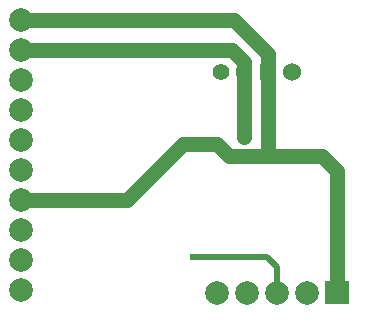
<source format=gtl>
G04 Layer: TopLayer*
G04 EasyEDA Pro v1.7.27, 2022-07-12 11:31:34*
G04 Gerber Generator version 0.3*
G04 Scale: 100 percent, Rotated: No, Reflected: No*
G04 Dimensions in millimeters*
G04 Leading zeros omitted, absolute positions, 3 integers and 3 decimals*
%FSLAX33Y33*%
%MOMM*%
%ADD10C,1.524*%
%ADD11C,1.399997*%
%ADD12C,2.000001*%
%ADD13C,0.610001*%
%ADD14C,1.27*%
%ADD15C,0.499999*%
G75*


G04 Pad Start*
G54D10*
G01X36528Y-12319D03*
G36*
G01X35228Y-13019D02*
G01X35228Y-11619D01*
G01X33828D01*
G01Y-13019D01*
G01X35228D01*
G37*
G54D11*
G01X32528Y-12319D03*
G01X30528Y-12319D03*
G54D12*
G01X13589Y-7874D03*
G01X13589Y-10414D03*
G01X13589Y-12954D03*
G01X13589Y-15494D03*
G01X13589Y-18034D03*
G01X13589Y-20574D03*
G01X13589Y-23114D03*
G01X13589Y-25654D03*
G01X13589Y-28194D03*
G01X13589Y-30734D03*
G01X30226Y-30988D03*
G01X32766Y-30988D03*
G01X35306Y-30988D03*
G01X37846Y-30988D03*
G36*
G01X39386Y-29988D02*
G01X39386Y-31988D01*
G01X41386D01*
G01Y-29988D01*
G01X39386D01*
G37*
G04 Pad End*

G04 Via Start*
G54D13*
G01X28160Y-27940D03*
G01X32512Y-17780D03*
G04 Via End*

G04 Track Start*
G54D14*
G01X22606Y-23114D02*
G01X13589Y-23114D01*
G01X31242Y-19431D02*
G01X34544Y-19431D01*
G01X22606Y-23114D02*
G01X27305Y-18415D01*
G01X30226D01*
G01X31242Y-19431D01*
G54D15*
G01X28194Y-27940D02*
G01X34417Y-27940D01*
G54D14*
G01X34544Y-19431D02*
G01X39116Y-19431D01*
G01X34544Y-10795D02*
G01X31623Y-7874D01*
G01X13589D01*
G01X32512Y-11430D02*
G01X31496Y-10414D01*
G01X13589D01*
G01X32512Y-17780D02*
G01X32512Y-11430D01*
G01X34544Y-19431D02*
G01X34544Y-10795D01*
G01X40386Y-30734D02*
G01X40386Y-20701D01*
G01X39116Y-19431D01*
G54D15*
G01X35306Y-30734D02*
G01X35306Y-28829D01*
G01X34417Y-27940D01*
G04 Track End*

M02*

</source>
